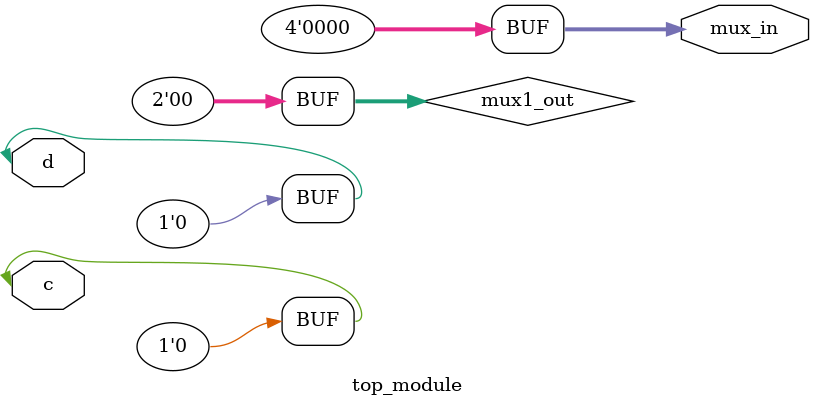
<source format=sv>
module top_module (
    input c,
    input d,
    output [3:0] mux_in
);

wire [1:0] mux1_out;
wire [1:0] mux2_out;

// Implement the Karnaugh map using 2-to-1 multiplexers
assign mux1_out[0] = d;
assign mux1_out[1] = 1'b0;

assign mux1_out[1] = c;
assign mux1_out[0] = 1'b0;

// Combine the outputs of the 2-to-1 multiplexers using a 4-to-1 multiplexer
assign mux_in[0] = mux1_out[0];
assign mux_in[1] = mux1_out[1];
assign mux_in[2] = (c & d) | (~c & d);
assign mux_in[3] = (c & d) | (c & ~d);

endmodule

</source>
